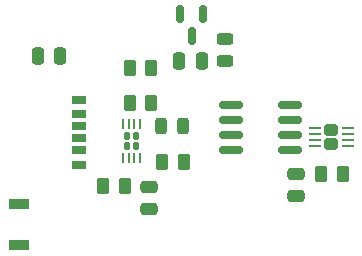
<source format=gbr>
%TF.GenerationSoftware,KiCad,Pcbnew,8.0.7*%
%TF.CreationDate,2025-01-08T21:55:33-07:00*%
%TF.ProjectId,Hat PCB,48617420-5043-4422-9e6b-696361645f70,rev?*%
%TF.SameCoordinates,Original*%
%TF.FileFunction,Paste,Top*%
%TF.FilePolarity,Positive*%
%FSLAX46Y46*%
G04 Gerber Fmt 4.6, Leading zero omitted, Abs format (unit mm)*
G04 Created by KiCad (PCBNEW 8.0.7) date 2025-01-08 21:55:33*
%MOMM*%
%LPD*%
G01*
G04 APERTURE LIST*
G04 Aperture macros list*
%AMRoundRect*
0 Rectangle with rounded corners*
0 $1 Rounding radius*
0 $2 $3 $4 $5 $6 $7 $8 $9 X,Y pos of 4 corners*
0 Add a 4 corners polygon primitive as box body*
4,1,4,$2,$3,$4,$5,$6,$7,$8,$9,$2,$3,0*
0 Add four circle primitives for the rounded corners*
1,1,$1+$1,$2,$3*
1,1,$1+$1,$4,$5*
1,1,$1+$1,$6,$7*
1,1,$1+$1,$8,$9*
0 Add four rect primitives between the rounded corners*
20,1,$1+$1,$2,$3,$4,$5,0*
20,1,$1+$1,$4,$5,$6,$7,0*
20,1,$1+$1,$6,$7,$8,$9,0*
20,1,$1+$1,$8,$9,$2,$3,0*%
G04 Aperture macros list end*
%ADD10RoundRect,0.150000X0.825000X0.150000X-0.825000X0.150000X-0.825000X-0.150000X0.825000X-0.150000X0*%
%ADD11RoundRect,0.140000X-0.140000X0.205000X-0.140000X-0.205000X0.140000X-0.205000X0.140000X0.205000X0*%
%ADD12RoundRect,0.062500X-0.062500X0.337500X-0.062500X-0.337500X0.062500X-0.337500X0.062500X0.337500X0*%
%ADD13RoundRect,0.242500X0.342500X0.242500X-0.342500X0.242500X-0.342500X-0.242500X0.342500X-0.242500X0*%
%ADD14RoundRect,0.062500X0.412500X0.062500X-0.412500X0.062500X-0.412500X-0.062500X0.412500X-0.062500X0*%
%ADD15R,1.700000X0.900000*%
%ADD16RoundRect,0.250000X0.262500X0.450000X-0.262500X0.450000X-0.262500X-0.450000X0.262500X-0.450000X0*%
%ADD17RoundRect,0.250000X-0.262500X-0.450000X0.262500X-0.450000X0.262500X0.450000X-0.262500X0.450000X0*%
%ADD18RoundRect,0.150000X-0.150000X0.587500X-0.150000X-0.587500X0.150000X-0.587500X0.150000X0.587500X0*%
%ADD19R,1.200000X0.700000*%
%ADD20R,1.200000X0.760000*%
%ADD21R,1.200000X0.800000*%
%ADD22RoundRect,0.243750X0.456250X-0.243750X0.456250X0.243750X-0.456250X0.243750X-0.456250X-0.243750X0*%
%ADD23RoundRect,0.243750X0.243750X0.456250X-0.243750X0.456250X-0.243750X-0.456250X0.243750X-0.456250X0*%
%ADD24RoundRect,0.250000X-0.250000X-0.475000X0.250000X-0.475000X0.250000X0.475000X-0.250000X0.475000X0*%
%ADD25RoundRect,0.250000X-0.475000X0.250000X-0.475000X-0.250000X0.475000X-0.250000X0.475000X0.250000X0*%
G04 APERTURE END LIST*
D10*
%TO.C,U5*%
X233950000Y-120500000D03*
X233950000Y-119230000D03*
X233950000Y-117960000D03*
X233950000Y-116690000D03*
X229000000Y-116690000D03*
X229000000Y-117960000D03*
X229000000Y-119230000D03*
X229000000Y-120500000D03*
%TD*%
D11*
%TO.C,U4*%
X220900000Y-119325000D03*
X220200000Y-119325000D03*
X220900000Y-120175000D03*
X220200000Y-120175000D03*
D12*
X221300000Y-118300000D03*
X220800000Y-118300000D03*
X220300000Y-118300000D03*
X219800000Y-118300000D03*
X219800000Y-121200000D03*
X220300000Y-121200000D03*
X220800000Y-121200000D03*
X221300000Y-121200000D03*
%TD*%
D13*
%TO.C,U1*%
X237450000Y-120000000D03*
X237450000Y-118800000D03*
D14*
X238850000Y-120150000D03*
X238850000Y-119650000D03*
X238850000Y-119150000D03*
X238850000Y-118650000D03*
X236050000Y-118650000D03*
X236050000Y-119150000D03*
X236050000Y-119650000D03*
X236050000Y-120150000D03*
%TD*%
D15*
%TO.C,SW1*%
X211000000Y-128500000D03*
X211000000Y-125100000D03*
%TD*%
D16*
%TO.C,R7*%
X225000000Y-121500000D03*
X223175000Y-121500000D03*
%TD*%
%TO.C,R4*%
X238450000Y-122500000D03*
X236625000Y-122500000D03*
%TD*%
%TO.C,R3*%
X220000000Y-123500000D03*
X218175000Y-123500000D03*
%TD*%
D17*
%TO.C,R2*%
X220387500Y-116530000D03*
X222212500Y-116530000D03*
%TD*%
%TO.C,R1*%
X220387500Y-113580000D03*
X222212500Y-113580000D03*
%TD*%
D18*
%TO.C,Q1*%
X226600000Y-109000000D03*
X224700000Y-109000000D03*
X225650000Y-110875000D03*
%TD*%
D19*
%TO.C,J3*%
X216080000Y-119500000D03*
X216080000Y-118500000D03*
D20*
X216080000Y-120520000D03*
X216080000Y-117480000D03*
D21*
X216080000Y-121750000D03*
X216080000Y-116250000D03*
%TD*%
D22*
%TO.C,D2*%
X228500000Y-112937500D03*
X228500000Y-111062500D03*
%TD*%
D23*
%TO.C,D1*%
X224937500Y-118500000D03*
X223062500Y-118500000D03*
%TD*%
D24*
%TO.C,C7*%
X224600000Y-113000000D03*
X226500000Y-113000000D03*
%TD*%
D25*
%TO.C,C5*%
X222000000Y-123600000D03*
X222000000Y-125500000D03*
%TD*%
D24*
%TO.C,C4*%
X212600000Y-112500000D03*
X214500000Y-112500000D03*
%TD*%
D25*
%TO.C,C3*%
X234450000Y-122500000D03*
X234450000Y-124400000D03*
%TD*%
M02*

</source>
